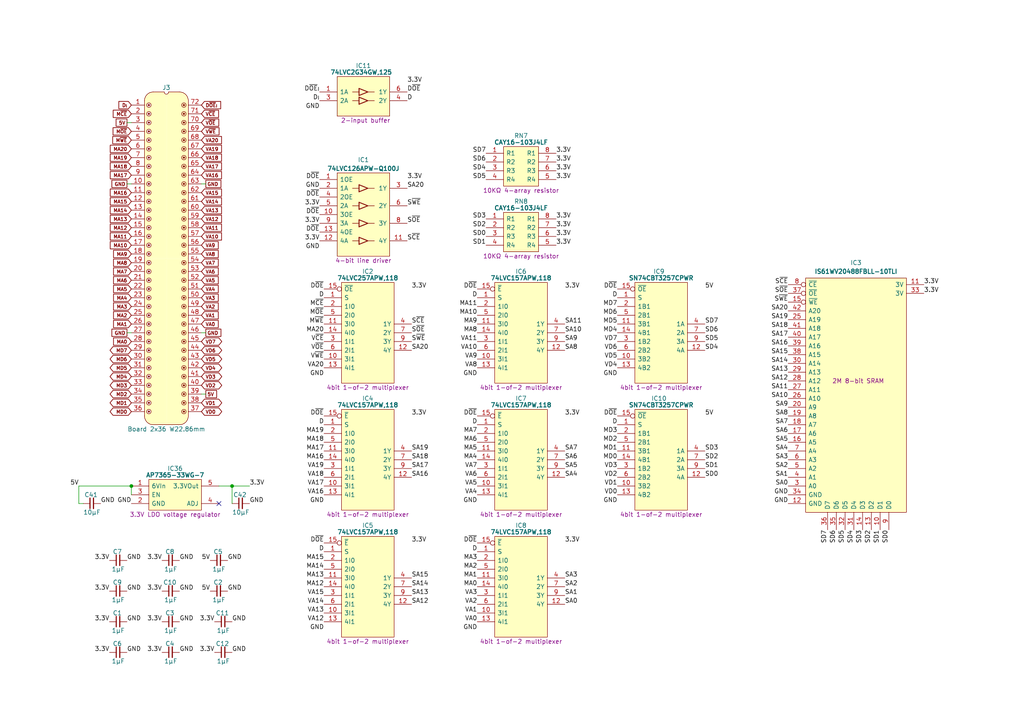
<source format=kicad_sch>
(kicad_sch (version 20250114) (generator "eeschema") (generator_version "9.0")
  (paper "A4")
  (title_block (title "Video Memory 2MB") (date "2024-02-16") (rev "V0"))
  (lib_symbols
    (symbol "Bourns:CAY16-103J4LF" (pin_names (offset 0.762))
      (property "Reference" "RN" (at 10.16 5.08 0))
      (property "Value" "CAY16-103J4LF" (at 10.16 3.175 0))
      (property "Description" "10KΩ 4-array resistor" (at 10.16 -10.795 0))
      (symbol "CAY16-103J4LF_0_0"
        (pin passive line (at 0 0 0) (length 5.08) (name "R1") (number "1"))
        (pin passive line (at 0 -2.54 0) (length 5.08) (name "R2") (number "2"))
        (pin passive line (at 0 -5.08 0) (length 5.08) (name "R3") (number "3"))
        (pin passive line (at 0 -7.62 0) (length 5.08) (name "R4") (number "4"))
        (pin passive line (at 20.32 0 180) (length 5.08) (name "R1") (number "8"))
        (pin passive line (at 20.32 -2.54 180) (length 5.08) (name "R2") (number "7"))
        (pin passive line (at 20.32 -5.08 180) (length 5.08) (name "R3") (number "6"))
        (pin passive line (at 20.32 -7.62 180) (length 5.08) (name "R4") (number "5"))
      )
    )
    (symbol "Diodes_Inc:AP7365-33WG-7" (pin_names (offset 0.762))
      (property "Reference" "IC" (at 12.7 5.08 0))
      (property "Value" "AP7365-33WG-7" (at 12.7 3.175 0))
      (property "Description" "3.3V LDO voltage regulator" (at 12.7 -8.255 0))
      (symbol "AP7365-33WG-7_0_0"
        (pin input line (at 0 -2.54 0) (length 5.08) (name "EN") (number "3"))
        (pin passive line (at 0 -5.08 0) (length 5.08) (name "GND") (number "2"))
        (pin passive line (at 25.4 -5.08 180) (length 5.08) (name "ADJ") (number "4"))
      )
      (symbol "AP7365-33WG-7_1_0"
        (pin passive line (at 0 0 0) (length 5.08) (name "6VIn") (number "1"))
        (pin passive line (at 25.4 0 180) (length 5.08) (name "3.3VOut") (number "5"))
      )
    )
    (symbol "HCP65:Board_02x36_W22.86mm" (pin_names (offset 1.016) (hide yes))
      (property "Reference" "J" (at 0 5.08 0))
      (property "Value" "Board 2x36 W22.86mm" (at 0 -93.98 0))
      (symbol "Board_02x36_W22.86mm_1_1"
        (pin passive line (at -10.16 0 0) (length 3.81) (name "") (number "1"))
        (pin passive line (at -10.16 -2.54 0) (length 3.81) (name "") (number "2"))
        (pin passive line (at -10.16 -5.08 0) (length 3.81) (name "") (number "3"))
        (pin passive line (at -10.16 -7.62 0) (length 3.81) (name "") (number "4"))
        (pin passive line (at -10.16 -10.16 0) (length 3.81) (name "") (number "5"))
        (pin passive line (at -10.16 -12.7 0) (length 3.81) (name "") (number "6"))
        (pin passive line (at -10.16 -15.24 0) (length 3.81) (name "") (number "7"))
        (pin passive line (at -10.16 -17.78 0) (length 3.81) (name "") (number "8"))
        (pin passive line (at -10.16 -20.32 0) (length 3.81) (name "") (number "9"))
        (pin passive line (at -10.16 -22.86 0) (length 3.81) (name "") (number "10"))
        (pin passive line (at -10.16 -25.4 0) (length 3.81) (name "") (number "11"))
        (pin passive line (at -10.16 -27.94 0) (length 3.81) (name "") (number "12"))
        (pin passive line (at -10.16 -30.48 0) (length 3.81) (name "") (number "13"))
        (pin passive line (at -10.16 -33.02 0) (length 3.81) (name "") (number "14"))
        (pin passive line (at -10.16 -35.56 0) (length 3.81) (name "") (number "15"))
        (pin passive line (at -10.16 -38.1 0) (length 3.81) (name "") (number "16"))
        (pin passive line (at -10.16 -40.64 0) (length 3.81) (name "") (number "17"))
        (pin passive line (at -10.16 -43.18 0) (length 3.81) (name "") (number "18"))
        (pin passive line (at -10.16 -45.72 0) (length 3.81) (name "") (number "19"))
        (pin passive line (at -10.16 -48.26 0) (length 3.81) (name "") (number "20"))
        (pin passive line (at -10.16 -50.8 0) (length 3.81) (name "") (number "21"))
        (pin passive line (at -10.16 -53.34 0) (length 3.81) (name "") (number "22"))
        (pin passive line (at -10.16 -55.88 0) (length 3.81) (name "") (number "23"))
        (pin passive line (at -10.16 -58.42 0) (length 3.81) (name "") (number "24"))
        (pin passive line (at -10.16 -60.96 0) (length 3.81) (name "") (number "25"))
        (pin passive line (at -10.16 -63.5 0) (length 3.81) (name "") (number "26"))
        (pin passive line (at -10.16 -66.04 0) (length 3.81) (name "") (number "27"))
        (pin passive line (at -10.16 -68.58 0) (length 3.81) (name "") (number "28"))
        (pin passive line (at -10.16 -71.12 0) (length 3.81) (name "") (number "29"))
        (pin passive line (at -10.16 -73.66 0) (length 3.81) (name "") (number "30"))
        (pin passive line (at -10.16 -76.2 0) (length 3.81) (name "") (number "31"))
        (pin passive line (at -10.16 -78.74 0) (length 3.81) (name "") (number "32"))
        (pin passive line (at -10.16 -81.28 0) (length 3.81) (name "") (number "33"))
        (pin passive line (at -10.16 -83.82 0) (length 3.81) (name "") (number "34"))
        (pin passive line (at -10.16 -86.36 0) (length 3.81) (name "") (number "35"))
        (pin passive line (at -10.16 -88.9 0) (length 3.81) (name "") (number "36"))
        (pin passive line (at 10.16 0 180) (length 3.81) (name "") (number "72"))
        (pin passive line (at 10.16 -2.54 180) (length 3.81) (name "") (number "71"))
        (pin passive line (at 10.16 -5.08 180) (length 3.81) (name "") (number "70"))
        (pin passive line (at 10.16 -7.62 180) (length 3.81) (name "") (number "69"))
        (pin passive line (at 10.16 -10.16 180) (length 3.81) (name "") (number "68"))
        (pin passive line (at 10.16 -12.7 180) (length 3.81) (name "") (number "67"))
        (pin passive line (at 10.16 -15.24 180) (length 3.81) (name "") (number "66"))
        (pin passive line (at 10.16 -17.78 180) (length 3.81) (name "") (number "65"))
        (pin passive line (at 10.16 -20.32 180) (length 3.81) (name "") (number "64"))
        (pin passive line (at 10.16 -22.86 180) (length 3.81) (name "") (number "63"))
        (pin passive line (at 10.16 -25.4 180) (length 3.81) (name "") (number "62"))
        (pin passive line (at 10.16 -27.94 180) (length 3.81) (name "") (number "61"))
        (pin passive line (at 10.16 -30.48 180) (length 3.81) (name "") (number "60"))
        (pin passive line (at 10.16 -33.02 180) (length 3.81) (name "") (number "59"))
        (pin passive line (at 10.16 -35.56 180) (length 3.81) (name "") (number "58"))
        (pin passive line (at 10.16 -38.1 180) (length 3.81) (name "") (number "57"))
        (pin passive line (at 10.16 -40.64 180) (length 3.81) (name "") (number "56"))
        (pin passive line (at 10.16 -43.18 180) (length 3.81) (name "") (number "55"))
        (pin passive line (at 10.16 -45.72 180) (length 3.81) (name "") (number "54"))
        (pin passive line (at 10.16 -48.26 180) (length 3.81) (name "") (number "53"))
        (pin passive line (at 10.16 -50.8 180) (length 3.81) (name "") (number "52"))
        (pin passive line (at 10.16 -53.34 180) (length 3.81) (name "") (number "51"))
        (pin passive line (at 10.16 -55.88 180) (length 3.81) (name "") (number "50"))
        (pin passive line (at 10.16 -58.42 180) (length 3.81) (name "") (number "49"))
        (pin passive line (at 10.16 -60.96 180) (length 3.81) (name "") (number "48"))
        (pin passive line (at 10.16 -63.5 180) (length 3.81) (name "") (number "47"))
        (pin passive line (at 10.16 -66.04 180) (length 3.81) (name "") (number "46"))
        (pin passive line (at 10.16 -68.58 180) (length 3.81) (name "") (number "45"))
        (pin passive line (at 10.16 -71.12 180) (length 3.81) (name "") (number "44"))
        (pin passive line (at 10.16 -73.66 180) (length 3.81) (name "") (number "43"))
        (pin passive line (at 10.16 -76.2 180) (length 3.81) (name "") (number "42"))
        (pin passive line (at 10.16 -78.74 180) (length 3.81) (name "") (number "41"))
        (pin passive line (at 10.16 -81.28 180) (length 3.81) (name "") (number "40"))
        (pin passive line (at 10.16 -83.82 180) (length 3.81) (name "") (number "39"))
        (pin passive line (at 10.16 -86.36 180) (length 3.81) (name "") (number "38"))
        (pin passive line (at 10.16 -88.9 180) (length 3.81) (name "") (number "37"))
      )
    )
    (symbol "HCP65:C_0805" (pin_numbers (hide yes)) (pin_names (offset 0.254) (hide yes))
      (property "Reference" "C" (at 2.286 2.54 0))
      (property "Value" "?μF" (at 2.54 -2.54 0))
      (symbol "C_0805_1_1"
        (pin passive line (at 0 0 0) (length 2.032) (name "~") (number "1"))
        (pin passive line (at 5.08 0 180) (length 2.032) (name "~") (number "2"))
      )
    )
    (symbol "ISSI:IS61WV20488FBLL-10TLI" (pin_names (offset 0.762))
      (property "Reference" "IC" (at 19.685 6.35 0))
      (property "Value" "IS61WV20488FBLL-10TLI" (at 19.685 3.81 0))
      (property "Description" "2M 8-bit SRAM" (at 20.32 -27.94 0))
      (symbol "IS61WV20488FBLL-10TLI_0_0"
        (pin input inverted (at 0 0 0) (length 5.08) (name "~{CE}") (number "8"))
        (pin input inverted (at 0 -2.54 0) (length 5.08) (name "~{OE}") (number "37"))
        (pin input inverted (at 0 -5.08 0) (length 5.08) (name "~{WE}") (number "15"))
        (pin input line (at 0 -7.62 0) (length 5.08) (name "A20") (number "42"))
        (pin input line (at 0 -10.16 0) (length 5.08) (name "A19") (number "25"))
        (pin input line (at 0 -12.7 0) (length 5.08) (name "A18") (number "41"))
        (pin input line (at 0 -15.24 0) (length 5.08) (name "A17") (number "40"))
        (pin input line (at 0 -17.78 0) (length 5.08) (name "A16") (number "39"))
        (pin input line (at 0 -20.32 0) (length 5.08) (name "A15") (number "38"))
        (pin input line (at 0 -22.86 0) (length 5.08) (name "A14") (number "30"))
        (pin input line (at 0 -25.4 0) (length 5.08) (name "A13") (number "29"))
        (pin input line (at 0 -27.94 0) (length 5.08) (name "A12") (number "28"))
        (pin input line (at 0 -30.48 0) (length 5.08) (name "A11") (number "27"))
        (pin input line (at 0 -33.02 0) (length 5.08) (name "A10") (number "26"))
        (pin input line (at 0 -35.56 0) (length 5.08) (name "A9") (number "20"))
        (pin input line (at 0 -38.1 0) (length 5.08) (name "A8") (number "19"))
        (pin input line (at 0 -40.64 0) (length 5.08) (name "A7") (number "18"))
        (pin input line (at 0 -43.18 0) (length 5.08) (name "A6") (number "17"))
        (pin input line (at 0 -45.72 0) (length 5.08) (name "A5") (number "16"))
        (pin input line (at 0 -48.26 0) (length 5.08) (name "A4") (number "7"))
        (pin input line (at 0 -50.8 0) (length 5.08) (name "A3") (number "6"))
        (pin input line (at 0 -53.34 0) (length 5.08) (name "A2") (number "5"))
        (pin input line (at 0 -55.88 0) (length 5.08) (name "A1") (number "4"))
        (pin input line (at 0 -58.42 0) (length 5.08) (name "A0") (number "3"))
      )
      (symbol "IS61WV20488FBLL-10TLI_1_0"
        (pin passive line (at 0 -60.96 0) (length 5.08) (name "GND") (number "34"))
        (pin passive line (at 0 -63.5 0) (length 5.08) (name "GND") (number "12"))
        (pin tri_state line (at 11.43 -71.12 90) (length 5.08) (name "D7") (number "36"))
        (pin tri_state line (at 13.97 -71.12 90) (length 5.08) (name "D6") (number "35"))
        (pin tri_state line (at 16.51 -71.12 90) (length 5.08) (name "D5") (number "32"))
        (pin tri_state line (at 19.05 -71.12 90) (length 5.08) (name "D4") (number "31"))
        (pin tri_state line (at 21.59 -71.12 90) (length 5.08) (name "D3") (number "14"))
        (pin tri_state line (at 24.13 -71.12 90) (length 5.08) (name "D2") (number "13"))
        (pin tri_state line (at 26.67 -71.12 90) (length 5.08) (name "D1") (number "10"))
        (pin tri_state line (at 29.21 -71.12 90) (length 5.08) (name "D0") (number "9"))
        (pin passive line (at 39.37 0 180) (length 5.08) (name "3V") (number "11"))
        (pin passive line (at 39.37 -2.54 180) (length 5.08) (name "3V") (number "33"))
        (pin no_connect line (at 39.37 -40.64 180) (length 5.08) (hide yes) (name "N.C.") (number "1"))
        (pin no_connect line (at 39.37 -43.18 180) (length 5.08) (hide yes) (name "N.C.") (number "2"))
        (pin no_connect line (at 39.37 -45.72 180) (length 5.08) (hide yes) (name "N.C.") (number "21"))
        (pin no_connect line (at 39.37 -48.26 180) (length 5.08) (hide yes) (name "N.C.") (number "22"))
        (pin no_connect line (at 39.37 -50.8 180) (length 5.08) (hide yes) (name "N.C.") (number "44"))
        (pin no_connect line (at 39.37 -53.34 180) (length 5.08) (hide yes) (name "N.C.") (number "43"))
        (pin no_connect line (at 39.37 -55.88 180) (length 5.08) (hide yes) (name "N.C.") (number "24"))
        (pin no_connect line (at 39.37 -58.42 180) (length 5.08) (hide yes) (name "N.C.") (number "23"))
      )
    )
    (symbol "Nexperia:74LVC126APW-Q100J " (pin_names (offset 0.762))
      (property "Reference" "IC" (at 12.7 5.715 0))
      (property "Value" "74LVC126APW-Q100J" (at 12.7 3.175 0))
      (property "Description" "4-bit line driver" (at 12.7 -23.495 0))
      (symbol "74LVC126APW-Q100J _0_0"
        (pin input line (at 0 -2.54 0) (length 5.08) (name "1A") (number "2"))
        (pin input line (at 0 -7.62 0) (length 5.08) (name "2A") (number "5"))
        (pin input line (at 0 -12.7 0) (length 5.08) (name "3A") (number "9"))
        (pin input line (at 0 -17.78 0) (length 5.08) (name "4A") (number "12"))
        (pin tri_state line (at 25.4 -2.54 180) (length 5.08) (name "1Y") (number "3"))
        (pin tri_state line (at 25.4 -7.62 180) (length 5.08) (name "2Y") (number "6"))
        (pin tri_state line (at 25.4 -12.7 180) (length 5.08) (name "3Y") (number "8"))
        (pin tri_state line (at 25.4 -17.78 180) (length 5.08) (name "4Y") (number "11"))
      )
      (symbol "74LVC126APW-Q100J _1_0"
        (pin input line (at 0 0 0) (length 5.08) (name "1OE") (number "1"))
        (pin input line (at 0 -5.08 0) (length 5.08) (name "2OE") (number "4"))
        (pin input line (at 0 -10.16 0) (length 5.08) (name "3OE") (number "10"))
        (pin input line (at 0 -15.24 0) (length 5.08) (name "4OE") (number "13"))
        (pin passive line (at 0 -20.32 0) (length 5.08) (hide yes) (name "GND") (number "7"))
        (pin passive line (at 25.4 0 180) (length 5.08) (hide yes) (name "3V") (number "14"))
      )
    )
    (symbol "Nexperia:74LVC157APW,118" (pin_names (offset 0.762))
      (property "Reference" "IC" (at 12.7 5.08 0))
      (property "Value" "74LVC157APW,118" (at 12.7 3.175 0))
      (property "Description" "4bit 1-of-2 multiplexer" (at 12.7 -28.575 0))
      (symbol "74LVC157APW,118_0_0"
        (pin input line (at 0 -2.54 0) (length 5.08) (name "S") (number "1"))
        (pin input line (at 0 -5.08 0) (length 5.08) (name "1I0") (number "2"))
        (pin input line (at 0 -7.62 0) (length 5.08) (name "2I0") (number "5"))
        (pin input line (at 0 -10.16 0) (length 5.08) (name "3I0") (number "11"))
        (pin input line (at 0 -12.7 0) (length 5.08) (name "4I0") (number "14"))
        (pin input line (at 0 -15.24 0) (length 5.08) (name "1I1") (number "3"))
        (pin input line (at 0 -17.78 0) (length 5.08) (name "2I1") (number "6"))
        (pin input line (at 0 -20.32 0) (length 5.08) (name "3I1") (number "10"))
        (pin input line (at 0 -22.86 0) (length 5.08) (name "4I1") (number "13"))
        (pin passive line (at 0 -25.4 0) (length 5.08) (hide yes) (name "GND") (number "8"))
        (pin passive line (at 25.4 0 180) (length 5.08) (hide yes) (name "3V") (number "16"))
        (pin output line (at 25.4 -10.16 180) (length 5.08) (name "1Y") (number "4"))
        (pin output line (at 25.4 -12.7 180) (length 5.08) (name "2Y") (number "7"))
        (pin output line (at 25.4 -15.24 180) (length 5.08) (name "3Y") (number "9"))
        (pin output line (at 25.4 -17.78 180) (length 5.08) (name "4Y") (number "12"))
      )
      (symbol "74LVC157APW,118_1_0"
        (pin input inverted (at 0 0 0) (length 5.08) (name "~{E}") (number "15"))
      )
    )
    (symbol "Nexperia:74LVC257APW,118" (pin_names (offset 0.762))
      (property "Reference" "IC" (at 12.7 5.08 0))
      (property "Value" "74LVC257APW,118" (at 12.7 3.175 0))
      (property "Description" "4bit 1-of-2 multiplexer" (at 12.7 -28.575 0))
      (symbol "74LVC257APW,118_0_0"
        (pin input line (at 0 -2.54 0) (length 5.08) (name "S") (number "1"))
        (pin input line (at 0 -5.08 0) (length 5.08) (name "1I0") (number "2"))
        (pin input line (at 0 -7.62 0) (length 5.08) (name "2I0") (number "5"))
        (pin input line (at 0 -10.16 0) (length 5.08) (name "3I0") (number "11"))
        (pin input line (at 0 -12.7 0) (length 5.08) (name "4I0") (number "14"))
        (pin input line (at 0 -15.24 0) (length 5.08) (name "1I1") (number "3"))
        (pin input line (at 0 -17.78 0) (length 5.08) (name "2I1") (number "6"))
        (pin input line (at 0 -20.32 0) (length 5.08) (name "3I1") (number "10"))
        (pin input line (at 0 -22.86 0) (length 5.08) (name "4I1") (number "13"))
        (pin passive line (at 0 -25.4 0) (length 5.08) (hide yes) (name "GND") (number "8"))
        (pin passive line (at 25.4 0 180) (length 5.08) (hide yes) (name "3V") (number "16"))
      )
      (symbol "74LVC257APW,118_1_0"
        (pin input inverted (at 0 0 0) (length 5.08) (name "~{OE}") (number "15"))
        (pin tri_state line (at 25.4 -10.16 180) (length 5.08) (name "1Y") (number "4"))
        (pin tri_state line (at 25.4 -12.7 180) (length 5.08) (name "2Y") (number "7"))
        (pin tri_state line (at 25.4 -15.24 180) (length 5.08) (name "3Y") (number "9"))
        (pin tri_state line (at 25.4 -17.78 180) (length 5.08) (name "4Y") (number "12"))
      )
    )
    (symbol "Nexperia:74LVC2G34GW,125" (pin_names (offset 0.762))
      (property "Reference" "IC" (at 12.7 5.08 0))
      (property "Value" "74LVC2G34GW,125" (at 12.065 3.175 0))
      (property "Description" "2-input buffer" (at 13.335 -10.795 0))
      (symbol "74LVC2G34GW,125_0_0"
        (pin input line (at 0 -2.54 0) (length 5.08) (name "1A") (number "1"))
        (pin input line (at 0 -5.08 0) (length 5.08) (name "2A") (number "3"))
        (pin output line (at 25.4 -2.54 180) (length 5.08) (name "1Y") (number "6"))
        (pin output line (at 25.4 -5.08 180) (length 5.08) (name "2Y") (number "4"))
      )
      (symbol "74LVC2G34GW,125_1_0"
        (pin passive line (at 0 -7.62 0) (length 5.08) (hide yes) (name "GND") (number "2"))
        (pin passive line (at 25.4 0 180) (length 5.08) (hide yes) (name "3V") (number "5"))
      )
    )
    (symbol "Texas_Instruments:SN74CBT3257CPWR" (pin_names (offset 0.762))
      (property "Reference" "IC" (at 12.065 5.08 0))
      (property "Value" "SN74CBT3257CPWR" (at 12.7 3.175 0))
      (property "Description" "4bit 1-of-2 multiplexer" (at 12.7 -28.575 0))
      (symbol "SN74CBT3257CPWR_0_0"
        (pin input line (at 0 -2.54 0) (length 5.08) (name "S") (number "1"))
        (pin passive line (at 0 -25.4 0) (length 5.08) (hide yes) (name "GND") (number "8"))
      )
      (symbol "SN74CBT3257CPWR_1_0"
        (pin input inverted (at 0 0 0) (length 5.08) (name "~{OE}") (number "15"))
        (pin tri_state line (at 0 -5.08 0) (length 5.08) (name "1B1") (number "2"))
        (pin tri_state line (at 0 -7.62 0) (length 5.08) (name "2B1") (number "5"))
        (pin tri_state line (at 0 -10.16 0) (length 5.08) (name "3B1") (number "11"))
        (pin tri_state line (at 0 -12.7 0) (length 5.08) (name "4B1") (number "14"))
        (pin tri_state line (at 0 -15.24 0) (length 5.08) (name "1B2") (number "3"))
        (pin tri_state line (at 0 -17.78 0) (length 5.08) (name "2B2") (number "6"))
        (pin tri_state line (at 0 -20.32 0) (length 5.08) (name "3B2") (number "10"))
        (pin tri_state line (at 0 -22.86 0) (length 5.08) (name "4B2") (number "13"))
        (pin passive line (at 25.4 0 180) (length 5.08) (hide yes) (name "5V") (number "16"))
        (pin tri_state line (at 25.4 -10.16 180) (length 5.08) (name "1A") (number "4"))
        (pin tri_state line (at 25.4 -12.7 180) (length 5.08) (name "2A") (number "7"))
        (pin tri_state line (at 25.4 -15.24 180) (length 5.08) (name "3A") (number "9"))
        (pin tri_state line (at 25.4 -17.78 180) (length 5.08) (name "4A") (number "12"))
      )
    )
  )
  (junction (at 38.1 140.97))
  (junction (at 67.31 140.97))
  (no_connect (at 63.5 146.05))
  (wire (pts (xy 63.5 140.97) (xy 67.31 140.97)))
  (wire (pts (xy 36.83 96.52) (xy 38.1 96.52)))
  (wire (pts (xy 36.83 35.56) (xy 38.1 35.56)))
  (wire (pts (xy 67.31 146.05) (xy 67.31 140.97)))
  (wire (pts (xy 59.69 53.34) (xy 58.42 53.34)))
  (wire (pts (xy 22.86 140.97) (xy 22.86 146.05)))
  (wire (pts (xy 22.86 146.05) (xy 24.13 146.05)))
  (wire (pts (xy 36.83 53.34) (xy 38.1 53.34)))
  (wire (pts (xy 38.1 140.97) (xy 38.1 143.51)))
  (wire (pts (xy 59.69 96.52) (xy 58.42 96.52)))
  (wire (pts (xy 22.86 140.97) (xy 38.1 140.97)))
  (wire (pts (xy 59.69 114.3) (xy 58.42 114.3)))
  (wire (pts (xy 67.31 140.97) (xy 72.39 140.97)))
  (label "MA19" (at 93.98 125.73 180))
  (label "VA18" (at 93.98 138.43 180))
  (label "MA2" (at 138.43 165.1 180))
  (label "VA4" (at 138.43 143.51 180))
  (label "V~{WE}" (at 93.98 104.14 180))
  (label "3.3V" (at 31.75 171.45 180))
  (label "3.3V" (at 161.29 44.45 0))
  (label "VA8" (at 138.43 106.68 180))
  (label "SA9" (at 228.6 118.11 180))
  (label "S~{CE}" (at 228.6 82.55 180))
  (label "SD5" (at 140.97 52.07 180))
  (label "3.3V" (at 31.75 189.23 180))
  (label "SD4" (at 247.65 153.67 270))
  (label "D" (at 118.11 29.21 0))
  (label "MA3" (at 138.43 162.56 180))
  (label "D~{OE}" (at 138.43 120.65 180))
  (label "SD2" (at 140.97 66.04 180))
  (label "3.3V" (at 267.97 85.09 0))
  (label "SD7" (at 240.03 153.67 270))
  (label "3.3V" (at 267.97 82.55 0))
  (label "M~{WE}" (at 93.98 93.98 180))
  (label "GND" (at 138.43 109.22 180))
  (label "SA0" (at 228.6 140.97 180))
  (label "SA12" (at 228.6 110.49 180))
  (label "VA1" (at 138.43 177.8 180))
  (label "SD6" (at 140.97 46.99 180))
  (label "3.3V" (at 163.83 120.65 0))
  (label "SA11" (at 228.6 113.03 180))
  (label "MA15" (at 93.98 162.56 180))
  (label "S~{WE}" (at 228.6 87.63 180))
  (label "MA20" (at 93.98 96.52 180))
  (label "S~{OE}" (at 118.11 64.77 0))
  (label "S~{CE}" (at 118.11 69.85 0))
  (label "GND" (at 138.43 182.88 180))
  (label "MA9" (at 138.43 93.98 180))
  (label "D" (at 138.43 86.36 180))
  (label "GND" (at 72.39 146.05 0))
  (label "GND" (at 36.83 171.45 0))
  (label "3.3V" (at 92.71 59.69 180))
  (label "GND" (at 228.6 143.51 180))
  (label "GND" (at 38.1 146.05 180))
  (label "MA4" (at 138.43 133.35 180))
  (label "SA17" (at 119.38 135.89 0))
  (label "SD3" (at 140.97 63.5 180))
  (label "VA0" (at 138.43 180.34 180))
  (label "GND" (at 36.83 189.23 0))
  (label "SA2" (at 163.83 170.18 0))
  (label "VA15" (at 93.98 172.72 180))
  (label "SA7" (at 228.6 123.19 180))
  (label "SA16" (at 119.38 138.43 0))
  (label "SD1" (at 140.97 71.12 180))
  (label "MD4" (at 179.07 96.52 180))
  (label "VA10" (at 138.43 101.6 180))
  (label "SD5" (at 204.47 99.06 0))
  (label "3.3V" (at 163.83 83.82 0))
  (label "M~{CE}" (at 93.98 88.9 180))
  (label "VA14" (at 93.98 175.26 180))
  (label "V~{OE}" (at 93.98 101.6 180))
  (label "GND" (at 52.07 180.34 0))
  (label "MA12" (at 93.98 170.18 180))
  (label "GND" (at 52.07 171.45 0))
  (label "SA7" (at 163.83 130.81 0))
  (label "SA19" (at 119.38 130.81 0))
  (label "D~{OE}" (at 92.71 67.31 180))
  (label "GND" (at 67.31 180.34 0))
  (label "V~{CE}" (at 93.98 99.06 180))
  (label "SA20" (at 119.38 101.6 0))
  (label "3.3V" (at 46.99 180.34 180))
  (label "VA16" (at 93.98 143.51 180))
  (label "MA13" (at 93.98 167.64 180))
  (label "VA17" (at 93.98 140.97 180))
  (label "SA15" (at 228.6 102.87 180))
  (label "MA5" (at 138.43 130.81 180))
  (label "D" (at 179.07 86.36 180))
  (label "SD4" (at 140.97 49.53 180))
  (label "SA11" (at 163.83 93.98 0))
  (label "5V" (at 60.96 171.45 180))
  (label "D" (at 93.98 86.36 180))
  (label "GND" (at 36.83 162.56 0))
  (label "VD3" (at 179.07 135.89 180))
  (label "5V" (at 60.96 162.56 180))
  (label "MD1" (at 179.07 130.81 180))
  (label "D~{OE}" (at 92.71 57.15 180))
  (label "VD7" (at 179.07 99.06 180))
  (label "D" (at 179.07 123.19 180))
  (label "VD2" (at 179.07 138.43 180))
  (label "SA3" (at 228.6 133.35 180))
  (label "SA10" (at 228.6 115.57 180))
  (label "SD1" (at 204.47 135.89 0))
  (label "D~{OE}" (at 93.98 157.48 180))
  (label "5V" (at 22.86 140.97 180))
  (label "GND" (at 179.07 146.05 180))
  (label "GND" (at 138.43 146.05 180))
  (label "GND" (at 52.07 162.56 0))
  (label "VD6" (at 179.07 101.6 180))
  (label "3.3V" (at 163.83 157.48 0))
  (label "MA6" (at 138.43 128.27 180))
  (label "3.3V" (at 46.99 189.23 180))
  (label "SA6" (at 228.6 125.73 180))
  (label "D~{OE}" (at 118.11 26.67 0))
  (label "GND" (at 93.98 182.88 180))
  (label "SA5" (at 163.83 135.89 0))
  (label "SD0" (at 140.97 68.58 180))
  (label "GND" (at 93.98 109.22 180))
  (label "SD0" (at 204.47 138.43 0))
  (label "D~{OE}" (at 92.71 52.07 180))
  (label "3.3V" (at 31.75 162.56 180))
  (label "GND" (at 66.04 171.45 0))
  (label "3.3V" (at 161.29 52.07 0))
  (label "SA5" (at 228.6 128.27 180))
  (label "3.3V" (at 118.11 24.13 0))
  (label "VA2" (at 138.43 175.26 180))
  (label "GND" (at 52.07 189.23 0))
  (label "SD4" (at 204.47 101.6 0))
  (label "S~{OE}" (at 228.6 85.09 180))
  (label "MA11" (at 138.43 88.9 180))
  (label "GND" (at 92.71 31.75 180))
  (label "3.3V" (at 72.39 140.97 0))
  (label "GND" (at 92.71 54.61 180))
  (label "VD5" (at 179.07 104.14 180))
  (label "GND" (at 93.98 146.05 180))
  (label "MA17" (at 93.98 130.81 180))
  (label "MD0" (at 179.07 133.35 180))
  (label "D~{OE}" (at 179.07 83.82 180))
  (label "MA8" (at 138.43 96.52 180))
  (label "SA1" (at 163.83 172.72 0))
  (label "S~{CE}" (at 119.38 93.98 0))
  (label "VA11" (at 138.43 99.06 180))
  (label "D" (at 138.43 160.02 180))
  (label "GND" (at 67.31 189.23 0))
  (label "SA13" (at 119.38 172.72 0))
  (label "SD3" (at 204.47 130.81 0))
  (label "3.3V" (at 119.38 120.65 0))
  (label "MA7" (at 138.43 125.73 180))
  (label "3.3V" (at 119.38 157.48 0))
  (label "MA18" (at 93.98 128.27 180))
  (label "SA17" (at 228.6 97.79 180))
  (label "MA10" (at 138.43 91.44 180))
  (label "MD2" (at 179.07 128.27 180))
  (label "SA3" (at 163.83 167.64 0))
  (label "MA14" (at 93.98 165.1 180))
  (label "D~{OE}" (at 93.98 83.82 180))
  (label "GND" (at 92.71 72.39 180))
  (label "GND" (at 66.04 162.56 0))
  (label "SA6" (at 163.83 133.35 0))
  (label "SA15" (at 119.38 167.64 0))
  (label "SD2" (at 252.73 153.67 270))
  (label "GND" (at 36.83 180.34 0))
  (label "SD2" (at 204.47 133.35 0))
  (label "3.3V" (at 161.29 66.04 0))
  (label "SD3" (at 250.19 153.67 270))
  (label "SA14" (at 228.6 105.41 180))
  (label "SA18" (at 119.38 133.35 0))
  (label "SD7" (at 140.97 44.45 180))
  (label "SA9" (at 163.83 99.06 0))
  (label "VA19" (at 93.98 135.89 180))
  (label "MD7" (at 179.07 88.9 180))
  (label "SA8" (at 163.83 101.6 0))
  (label "SA0" (at 163.83 175.26 0))
  (label "3.3V" (at 161.29 46.99 0))
  (label "3.3V" (at 161.29 71.12 0))
  (label "MA0" (at 138.43 170.18 180))
  (label "5V" (at 204.47 120.65 0))
  (label "D~{OE}" (at 138.43 83.82 180))
  (label "GND" (at 179.07 109.22 180))
  (label "SA16" (at 228.6 100.33 180))
  (label "GND" (at 228.6 146.05 180))
  (label "S~{WE}" (at 119.38 99.06 0))
  (label "SD1" (at 255.27 153.67 270))
  (label "3.3V" (at 161.29 68.58 0))
  (label "3.3V" (at 46.99 171.45 180))
  (label "D~{OE}" (at 93.98 120.65 180))
  (label "D" (at 93.98 123.19 180))
  (label "VA6" (at 138.43 138.43 180))
  (label "MD5" (at 179.07 93.98 180))
  (label "SA2" (at 228.6 135.89 180))
  (label "SA13" (at 228.6 107.95 180))
  (label "VD0" (at 179.07 143.51 180))
  (label "S~{WE}" (at 118.11 59.69 0))
  (label "SD6" (at 242.57 153.67 270))
  (label "SA8" (at 228.6 120.65 180))
  (label "VA9" (at 138.43 104.14 180))
  (label "SA18" (at 228.6 95.25 180))
  (label "SA1" (at 228.6 138.43 180))
  (label "MA1" (at 138.43 167.64 180))
  (label "D~{OE}_{I}" (at 92.71 26.67 180))
  (label "VA13" (at 93.98 177.8 180))
  (label "SA20" (at 228.6 90.17 180))
  (label "3.3V" (at 119.38 83.82 0))
  (label "SA12" (at 119.38 175.26 0))
  (label "3.3V" (at 62.23 189.23 180))
  (label "3.3V" (at 161.29 49.53 0))
  (label "SA19" (at 228.6 92.71 180))
  (label "D~{OE}" (at 138.43 157.48 180))
  (label "3.3V" (at 118.11 52.07 0))
  (label "VA7" (at 138.43 135.89 180))
  (label "SD5" (at 245.11 153.67 270))
  (label "SD0" (at 257.81 153.67 270))
  (label "3.3V" (at 31.75 180.34 180))
  (label "3.3V" (at 46.99 162.56 180))
  (label "VA5" (at 138.43 140.97 180))
  (label "VA12" (at 93.98 180.34 180))
  (label "M~{OE}" (at 93.98 91.44 180))
  (label "D~{OE}" (at 179.07 120.65 180))
  (label "SA10" (at 163.83 96.52 0))
  (label "VA20" (at 93.98 106.68 180))
  (label "MD6" (at 179.07 91.44 180))
  (label "VA3" (at 138.43 172.72 180))
  (label "5V" (at 204.47 83.82 0))
  (label "3.3V" (at 92.71 69.85 180))
  (label "MD3" (at 179.07 125.73 180))
  (label "SD6" (at 204.47 96.52 0))
  (label "VD4" (at 179.07 106.68 180))
  (label "S~{OE}" (at 119.38 96.52 0))
  (label "SA4" (at 163.83 138.43 0))
  (label "D" (at 138.43 123.19 180))
  (label "SD7" (at 204.47 93.98 0))
  (label "SA20" (at 118.11 54.61 0))
  (label "VD1" (at 179.07 140.97 180))
  (label "D_{I}" (at 92.71 29.21 180))
  (label "D" (at 93.98 160.02 180))
  (label "GND" (at 29.21 146.05 0))
  (label "SA4" (at 228.6 130.81 180))
  (label "3.3V" (at 161.29 63.5 0))
  (label "3.3V" (at 92.71 64.77 180))
  (label "D~{OE}" (at 92.71 62.23 180))
  (label "3.3V" (at 62.23 180.34 180))
  (label "MA16" (at 93.98 133.35 180))
  (label "SA14" (at 119.38 170.18 0))
  (global_label "MA2" (shape input) (at 38.1 91.44 180) (effects (font (size 1 1) (thickness 0.2) (bold yes))) (property "Intersheetrefs" "${INTERSHEET_REFS}" (effects (hide yes))))
  (global_label "VA8" (shape input) (at 58.42 73.66 0) (effects (font (size 1 1) (thickness 0.2) (bold yes))) (property "Intersheetrefs" "${INTERSHEET_REFS}" (effects (hide yes))))
  (global_label "MA0" (shape input) (at 38.1 99.06 180) (effects (font (size 1 1) (thickness 0.2) (bold yes))) (property "Intersheetrefs" "${INTERSHEET_REFS}" (effects (hide yes))))
  (global_label "MA1" (shape input) (at 38.1 93.98 180) (effects (font (size 1 1) (thickness 0.2) (bold yes))) (property "Intersheetrefs" "${INTERSHEET_REFS}" (effects (hide yes))))
  (global_label "VA1" (shape input) (at 58.42 91.44 0) (effects (font (size 1 1) (thickness 0.2) (bold yes))) (property "Intersheetrefs" "${INTERSHEET_REFS}" (effects (hide yes))))
  (global_label "MD3" (shape tri_state) (at 38.1 111.76 180) (effects (font (size 1 1) (thickness 0.2) (bold yes))) (property "Intersheetrefs" "${INTERSHEET_REFS}" (effects (hide yes))))
  (global_label "MD4" (shape tri_state) (at 38.1 109.22 180) (effects (font (size 1 1) (thickness 0.2) (bold yes))) (property "Intersheetrefs" "${INTERSHEET_REFS}" (effects (hide yes))))
  (global_label "M~{CE}" (shape input) (at 38.1 33.02 180) (effects (font (size 1 1) (thickness 0.2) (bold yes))) (property "Intersheetrefs" "${INTERSHEET_REFS}" (effects (hide yes))))
  (global_label "D~{OE}_{I}" (shape input) (at 58.42 30.48 0) (effects (font (size 1 1) (thickness 0.2) (bold yes))) (property "Intersheetrefs" "${INTERSHEET_REFS}" (effects (hide yes))))
  (global_label "GND" (shape passive) (at 59.69 96.52 0) (effects (font (size 1 1) (thickness 0.2) (bold yes))) (property "Intersheetrefs" "${INTERSHEET_REFS}" (effects (hide yes))))
  (global_label "VA3" (shape input) (at 58.42 86.36 0) (effects (font (size 1 1) (thickness 0.2) (bold yes))) (property "Intersheetrefs" "${INTERSHEET_REFS}" (effects (hide yes))))
  (global_label "MD2" (shape tri_state) (at 38.1 114.3 180) (effects (font (size 1 1) (thickness 0.2) (bold yes))) (property "Intersheetrefs" "${INTERSHEET_REFS}" (effects (hide yes))))
  (global_label "VA11" (shape input) (at 58.42 66.04 0) (effects (font (size 1 1) (thickness 0.2) (bold yes))) (property "Intersheetrefs" "${INTERSHEET_REFS}" (effects (hide yes))))
  (global_label "VA5" (shape input) (at 58.42 81.28 0) (effects (font (size 1 1) (thickness 0.2) (bold yes))) (property "Intersheetrefs" "${INTERSHEET_REFS}" (effects (hide yes))))
  (global_label "VA4" (shape input) (at 58.42 83.82 0) (effects (font (size 1 1) (thickness 0.2) (bold yes))) (property "Intersheetrefs" "${INTERSHEET_REFS}" (effects (hide yes))))
  (global_label "MA10" (shape input) (at 38.1 71.12 180) (effects (font (size 1 1) (thickness 0.2) (bold yes))) (property "Intersheetrefs" "${INTERSHEET_REFS}" (effects (hide yes))))
  (global_label "MA5" (shape input) (at 38.1 83.82 180) (effects (font (size 1 1) (thickness 0.2) (bold yes))) (property "Intersheetrefs" "${INTERSHEET_REFS}" (effects (hide yes))))
  (global_label "VD7" (shape tri_state) (at 58.42 99.06 0) (effects (font (size 1 1) (thickness 0.2) (bold yes))) (property "Intersheetrefs" "${INTERSHEET_REFS}" (effects (hide yes))))
  (global_label "MD1" (shape tri_state) (at 38.1 116.84 180) (effects (font (size 1 1) (thickness 0.2) (bold yes))) (property "Intersheetrefs" "${INTERSHEET_REFS}" (effects (hide yes))))
  (global_label "MA15" (shape input) (at 38.1 58.42 180) (effects (font (size 1 1) (thickness 0.2) (bold yes))) (property "Intersheetrefs" "${INTERSHEET_REFS}" (effects (hide yes))))
  (global_label "MA8" (shape input) (at 38.1 76.2 180) (effects (font (size 1 1) (thickness 0.2) (bold yes))) (property "Intersheetrefs" "${INTERSHEET_REFS}" (effects (hide yes))))
  (global_label "VA19" (shape input) (at 58.42 43.18 0) (effects (font (size 1 1) (thickness 0.2) (bold yes))) (property "Intersheetrefs" "${INTERSHEET_REFS}" (effects (hide yes))))
  (global_label "MA11" (shape input) (at 38.1 68.58 180) (effects (font (size 1 1) (thickness 0.2) (bold yes))) (property "Intersheetrefs" "${INTERSHEET_REFS}" (effects (hide yes))))
  (global_label "GND" (shape passive) (at 59.69 53.34 0) (effects (font (size 1 1) (thickness 0.2) (bold yes))) (property "Intersheetrefs" "${INTERSHEET_REFS}" (effects (hide yes))))
  (global_label "MA19" (shape input) (at 38.1 45.72 180) (effects (font (size 1 1) (thickness 0.2) (bold yes))) (property "Intersheetrefs" "${INTERSHEET_REFS}" (effects (hide yes))))
  (global_label "VD0" (shape tri_state) (at 58.42 119.38 0) (effects (font (size 1 1) (thickness 0.2) (bold yes))) (property "Intersheetrefs" "${INTERSHEET_REFS}" (effects (hide yes))))
  (global_label "MA14" (shape input) (at 38.1 60.96 180) (effects (font (size 1 1) (thickness 0.2) (bold yes))) (property "Intersheetrefs" "${INTERSHEET_REFS}" (effects (hide yes))))
  (global_label "5V" (shape passive) (at 36.83 35.56 180) (effects (font (size 1 1) (thickness 0.2) (bold yes))) (property "Intersheetrefs" "${INTERSHEET_REFS}" (effects (hide yes))))
  (global_label "MA6" (shape input) (at 38.1 81.28 180) (effects (font (size 1 1) (thickness 0.2) (bold yes))) (property "Intersheetrefs" "${INTERSHEET_REFS}" (effects (hide yes))))
  (global_label "GND" (shape passive) (at 36.83 96.52 180) (effects (font (size 1 1) (thickness 0.2) (bold yes))) (property "Intersheetrefs" "${INTERSHEET_REFS}" (effects (hide yes))))
  (global_label "VD5" (shape tri_state) (at 58.42 104.14 0) (effects (font (size 1 1) (thickness 0.2) (bold yes))) (property "Intersheetrefs" "${INTERSHEET_REFS}" (effects (hide yes))))
  (global_label "VA15" (shape input) (at 58.42 55.88 0) (effects (font (size 1 1) (thickness 0.2) (bold yes))) (property "Intersheetrefs" "${INTERSHEET_REFS}" (effects (hide yes))))
  (global_label "VA12" (shape input) (at 58.42 63.5 0) (effects (font (size 1 1) (thickness 0.2) (bold yes))) (property "Intersheetrefs" "${INTERSHEET_REFS}" (effects (hide yes))))
  (global_label "MA4" (shape input) (at 38.1 86.36 180) (effects (font (size 1 1) (thickness 0.2) (bold yes))) (property "Intersheetrefs" "${INTERSHEET_REFS}" (effects (hide yes))))
  (global_label "MA12" (shape input) (at 38.1 66.04 180) (effects (font (size 1 1) (thickness 0.2) (bold yes))) (property "Intersheetrefs" "${INTERSHEET_REFS}" (effects (hide yes))))
  (global_label "VD3" (shape tri_state) (at 58.42 109.22 0) (effects (font (size 1 1) (thickness 0.2) (bold yes))) (property "Intersheetrefs" "${INTERSHEET_REFS}" (effects (hide yes))))
  (global_label "MA9" (shape input) (at 38.1 73.66 180) (effects (font (size 1 1) (thickness 0.2) (bold yes))) (property "Intersheetrefs" "${INTERSHEET_REFS}" (effects (hide yes))))
  (global_label "VA0" (shape input) (at 58.42 93.98 0) (effects (font (size 1 1) (thickness 0.2) (bold yes))) (property "Intersheetrefs" "${INTERSHEET_REFS}" (effects (hide yes))))
  (global_label "VA9" (shape input) (at 58.42 71.12 0) (effects (font (size 1 1) (thickness 0.2) (bold yes))) (property "Intersheetrefs" "${INTERSHEET_REFS}" (effects (hide yes))))
  (global_label "V~{WE}" (shape input) (at 58.42 38.1 0) (effects (font (size 1 1) (thickness 0.2) (bold yes))) (property "Intersheetrefs" "${INTERSHEET_REFS}" (effects (hide yes))))
  (global_label "VA17" (shape input) (at 58.42 48.26 0) (effects (font (size 1 1) (thickness 0.2) (bold yes))) (property "Intersheetrefs" "${INTERSHEET_REFS}" (effects (hide yes))))
  (global_label "GND" (shape passive) (at 36.83 53.34 180) (effects (font (size 1 1) (thickness 0.2) (bold yes))) (property "Intersheetrefs" "${INTERSHEET_REFS}" (effects (hide yes))))
  (global_label "MD6" (shape tri_state) (at 38.1 104.14 180) (effects (font (size 1 1) (thickness 0.2) (bold yes))) (property "Intersheetrefs" "${INTERSHEET_REFS}" (effects (hide yes))))
  (global_label "VA18" (shape input) (at 58.42 45.72 0) (effects (font (size 1 1) (thickness 0.2) (bold yes))) (property "Intersheetrefs" "${INTERSHEET_REFS}" (effects (hide yes))))
  (global_label "VA20" (shape input) (at 58.42 40.64 0) (effects (font (size 1 1) (thickness 0.2) (bold yes))) (property "Intersheetrefs" "${INTERSHEET_REFS}" (effects (hide yes))))
  (global_label "MD5" (shape tri_state) (at 38.1 106.68 180) (effects (font (size 1 1) (thickness 0.2) (bold yes))) (property "Intersheetrefs" "${INTERSHEET_REFS}" (effects (hide yes))))
  (global_label "V~{CE}" (shape input) (at 58.42 33.02 0) (effects (font (size 1 1) (thickness 0.2) (bold yes))) (property "Intersheetrefs" "${INTERSHEET_REFS}" (effects (hide yes))))
  (global_label "MA13" (shape input) (at 38.1 63.5 180) (effects (font (size 1 1) (thickness 0.2) (bold yes))) (property "Intersheetrefs" "${INTERSHEET_REFS}" (effects (hide yes))))
  (global_label "VA16" (shape input) (at 58.42 50.8 0) (effects (font (size 1 1) (thickness 0.2) (bold yes))) (property "Intersheetrefs" "${INTERSHEET_REFS}" (effects (hide yes))))
  (global_label "MA20" (shape input) (at 38.1 43.18 180) (effects (font (size 1 1) (thickness 0.2) (bold yes))) (property "Intersheetrefs" "${INTERSHEET_REFS}" (effects (hide yes))))
  (global_label "VA2" (shape input) (at 58.42 88.9 0) (effects (font (size 1 1) (thickness 0.2) (bold yes))) (property "Intersheetrefs" "${INTERSHEET_REFS}" (effects (hide yes))))
  (global_label "MA7" (shape input) (at 38.1 78.74 180) (effects (font (size 1 1) (thickness 0.2) (bold yes))) (property "Intersheetrefs" "${INTERSHEET_REFS}" (effects (hide yes))))
  (global_label "VA7" (shape input) (at 58.42 76.2 0) (effects (font (size 1 1) (thickness 0.2) (bold yes))) (property "Intersheetrefs" "${INTERSHEET_REFS}" (effects (hide yes))))
  (global_label "MA17" (shape input) (at 38.1 50.8 180) (effects (font (size 1 1) (thickness 0.2) (bold yes))) (property "Intersheetrefs" "${INTERSHEET_REFS}" (effects (hide yes))))
  (global_label "VD2" (shape tri_state) (at 58.42 111.76 0) (effects (font (size 1 1) (thickness 0.2) (bold yes))) (property "Intersheetrefs" "${INTERSHEET_REFS}" (effects (hide yes))))
  (global_label "5V" (shape passive) (at 59.69 114.3 0) (effects (font (size 1 1) (thickness 0.2) (bold yes))) (property "Intersheetrefs" "${INTERSHEET_REFS}" (effects (hide yes))))
  (global_label "MD0" (shape tri_state) (at 38.1 119.38 180) (effects (font (size 1 1) (thickness 0.2) (bold yes))) (property "Intersheetrefs" "${INTERSHEET_REFS}" (effects (hide yes))))
  (global_label "VA13" (shape input) (at 58.42 60.96 0) (effects (font (size 1 1) (thickness 0.2) (bold yes))) (property "Intersheetrefs" "${INTERSHEET_REFS}" (effects (hide yes))))
  (global_label "M~{WE}" (shape input) (at 38.1 40.64 180) (effects (font (size 1 1) (thickness 0.2) (bold yes))) (property "Intersheetrefs" "${INTERSHEET_REFS}" (effects (hide yes))))
  (global_label "VD1" (shape tri_state) (at 58.42 116.84 0) (effects (font (size 1 1) (thickness 0.2) (bold yes))) (property "Intersheetrefs" "${INTERSHEET_REFS}" (effects (hide yes))))
  (global_label "MA16" (shape input) (at 38.1 55.88 180) (effects (font (size 1 1) (thickness 0.2) (bold yes))) (property "Intersheetrefs" "${INTERSHEET_REFS}" (effects (hide yes))))
  (global_label "VA6" (shape input) (at 58.42 78.74 0) (effects (font (size 1 1) (thickness 0.2) (bold yes))) (property "Intersheetrefs" "${INTERSHEET_REFS}" (effects (hide yes))))
  (global_label "VA14" (shape input) (at 58.42 58.42 0) (effects (font (size 1 1) (thickness 0.2) (bold yes))) (property "Intersheetrefs" "${INTERSHEET_REFS}" (effects (hide yes))))
  (global_label "V~{OE}" (shape input) (at 58.42 35.56 0) (effects (font (size 1 1) (thickness 0.2) (bold yes))) (property "Intersheetrefs" "${INTERSHEET_REFS}" (effects (hide yes))))
  (global_label "VA10" (shape input) (at 58.42 68.58 0) (effects (font (size 1 1) (thickness 0.2) (bold yes))) (property "Intersheetrefs" "${INTERSHEET_REFS}" (effects (hide yes))))
  (global_label "MA18" (shape input) (at 38.1 48.26 180) (effects (font (size 1 1) (thickness 0.2) (bold yes))) (property "Intersheetrefs" "${INTERSHEET_REFS}" (effects (hide yes))))
  (global_label "VD4" (shape tri_state) (at 58.42 106.68 0) (effects (font (size 1 1) (thickness 0.2) (bold yes))) (property "Intersheetrefs" "${INTERSHEET_REFS}" (effects (hide yes))))
  (global_label "MA3" (shape input) (at 38.1 88.9 180) (effects (font (size 1 1) (thickness 0.2) (bold yes))) (property "Intersheetrefs" "${INTERSHEET_REFS}" (effects (hide yes))))
  (global_label "D_{I}" (shape input) (at 38.1 30.48 180) (effects (font (size 1 1) (thickness 0.2) (bold yes))) (property "Intersheetrefs" "${INTERSHEET_REFS}" (effects (hide yes))))
  (global_label "MD7" (shape tri_state) (at 38.1 101.6 180) (effects (font (size 1 1) (thickness 0.2) (bold yes))) (property "Intersheetrefs" "${INTERSHEET_REFS}" (effects (hide yes))))
  (global_label "VD6" (shape tri_state) (at 58.42 101.6 0) (effects (font (size 1 1) (thickness 0.2) (bold yes))) (property "Intersheetrefs" "${INTERSHEET_REFS}" (effects (hide yes))))
  (global_label "M~{OE}" (shape input) (at 38.1 38.1 180) (effects (font (size 1 1) (thickness 0.2) (bold yes))) (property "Intersheetrefs" "${INTERSHEET_REFS}" (effects (hide yes))))
  (symbol (lib_id "HCP65:C_0805") (at 67.31 146.05 0) (unit 1)
    (property "Reference" "C42" (at 69.596 143.51 0))
    (property "Value" "10μF" (at 69.85 148.59 0))
    (property "Footprint" "SamacSys_Parts:C_0805" (effects (hide yes)))
  )
  (symbol (lib_id "HCP65:C_0805") (at 46.99 189.23 0) (unit 1)
    (property "Reference" "C4" (at 49.276 186.69 0))
    (property "Value" "1μF" (at 49.53 191.77 0))
    (property "Footprint" "SamacSys_Parts:C_0805" (effects (hide yes)))
  )
  (symbol (lib_id "HCP65:C_0805") (at 46.99 162.56 0) (unit 1)
    (property "Reference" "C8" (at 49.276 160.02 0))
    (property "Value" "1μF" (at 49.53 165.1 0))
    (property "Footprint" "SamacSys_Parts:C_0805" (effects (hide yes)))
  )
  (symbol (lib_id "HCP65:C_0805") (at 62.23 180.34 0) (unit 1)
    (property "Reference" "C11" (at 64.516 177.8 0))
    (property "Value" "1μF" (at 64.77 182.88 0))
    (property "Footprint" "SamacSys_Parts:C_0805" (effects (hide yes)))
  )
  (symbol (lib_id "Bourns:CAY16-103J4LF") (at 140.97 63.5 0) (unit 1)
    (property "Reference" "RN8" (at 151.13 58.42 0))
    (property "Value" "CAY16-103J4LF" (at 151.13 60.325 0) (effects (font (bold yes))))
    (property "Footprint" "SamacSys_Parts:CAY16-J4" (effects (hide yes)))
    (property "Datasheet" "https://www.bourns.com/pdfs/CATCAY.pdf" (effects (hide yes)))
    (property "Description" "10KΩ 4-array resistor" (at 151.13 74.295 0))
    (property "Manufacturer_Name" "Bourns" (effects (hide yes)))
    (property "Manufacturer_Part_Number" "CAY16-103J4LF\n" (effects (hide yes)))
    (property "Mouser Part Number" "652-CAY16-103J4LF" (effects (hide yes)))
    (property "Mouser Price/Stock" "https://www.mouser.co.uk/ProductDetail/Bourns/CAY16-472J4LF?qs=vjljXApjgZXDWSqaYW6%252BOA%3D%3D" (effects (hide yes)))
    (property "Silkscreen" "10KΩ" (effects (hide yes)))
  )
  (symbol (lib_id "HCP65:C_0805") (at 31.75 189.23 0) (unit 1)
    (property "Reference" "C6" (at 34.036 186.69 0))
    (property "Value" "1μF" (at 34.29 191.77 0))
    (property "Footprint" "SamacSys_Parts:C_0805" (effects (hide yes)))
  )
  (symbol (lib_id "Bourns:CAY16-103J4LF") (at 140.97 44.45 0) (unit 1)
    (property "Reference" "RN7" (at 151.13 39.37 0))
    (property "Value" "CAY16-103J4LF" (at 151.13 41.275 0) (effects (font (bold yes))))
    (property "Footprint" "SamacSys_Parts:CAY16-J4" (effects (hide yes)))
    (property "Datasheet" "https://www.bourns.com/pdfs/CATCAY.pdf" (effects (hide yes)))
    (property "Description" "10KΩ 4-array resistor" (at 151.13 55.245 0))
    (property "Manufacturer_Name" "Bourns" (effects (hide yes)))
    (property "Manufacturer_Part_Number" "CAY16-103J4LF\n" (effects (hide yes)))
    (property "Mouser Part Number" "652-CAY16-103J4LF" (effects (hide yes)))
    (property "Mouser Price/Stock" "https://www.mouser.co.uk/ProductDetail/Bourns/CAY16-472J4LF?qs=vjljXApjgZXDWSqaYW6%252BOA%3D%3D" (effects (hide yes)))
    (property "Silkscreen" "10KΩ" (effects (hide yes)))
  )
  (symbol (lib_id "Nexperia:74LVC157APW,118") (at 93.98 120.65 0) (unit 1)
    (property "Reference" "IC4" (at 106.68 115.57 0))
    (property "Value" "74LVC157APW,118" (at 106.68 117.475 0) (effects (font (bold yes))))
    (property "Footprint" "SamacSys_Parts:SOP65P640X110-16N" (effects (hide yes)))
    (property "Datasheet" "https://assets.nexperia.com/documents/data-sheet/74LVC157A.pdf" (effects (hide yes)))
    (property "Description" "4bit 1-of-2 multiplexer" (at 106.68 149.225 0))
    (property "Height" "1.1" (effects (hide yes)))
    (property "Manufacturer_Name" "Nexperia" (effects (hide yes)))
    (property "Manufacturer_Part_Number" "74LVC157APW,118" (effects (hide yes)))
    (property "Mouser Part Number" "771-74LVC157APW-T" (effects (hide yes)))
    (property "Silkscreen" "74LVC157" (effects (hide yes)))
    (property "Mouser Price/Stock" "https://www.mouser.co.uk/ProductDetail/Nexperia/74LVC157APW118?qs=me8TqzrmIYWzCqHfrjyLrQ%3D%3D" (effects (hide yes)))
  )
  (symbol (lib_id "HCP65:C_0805") (at 31.75 180.34 0) (unit 1)
    (property "Reference" "C1" (at 34.036 177.8 0))
    (property "Value" "1μF" (at 34.29 182.88 0))
    (property "Footprint" "SamacSys_Parts:C_0805" (effects (hide yes)))
  )
  (symbol (lib_id "Nexperia:74LVC157APW,118") (at 138.43 120.65 0) (unit 1)
    (property "Reference" "IC7" (at 151.13 115.57 0))
    (property "Value" "74LVC157APW,118" (at 151.13 117.475 0) (effects (font (bold yes))))
    (property "Footprint" "SamacSys_Parts:SOP65P640X110-16N" (effects (hide yes)))
    (property "Datasheet" "https://assets.nexperia.com/documents/data-sheet/74LVC157A.pdf" (effects (hide yes)))
    (property "Description" "4bit 1-of-2 multiplexer" (at 151.13 149.225 0))
    (property "Height" "1.1" (effects (hide yes)))
    (property "Manufacturer_Name" "Nexperia" (effects (hide yes)))
    (property "Manufacturer_Part_Number" "74LVC157APW,118" (effects (hide yes)))
    (property "Mouser Part Number" "771-74LVC157APW-T" (effects (hide yes)))
    (property "Silkscreen" "74LVC157" (effects (hide yes)))
    (property "Mouser Price/Stock" "https://www.mouser.co.uk/ProductDetail/Nexperia/74LVC157APW118?qs=me8TqzrmIYWzCqHfrjyLrQ%3D%3D" (effects (hide yes)))
  )
  (symbol (lib_id "HCP65:C_0805") (at 24.13 146.05 0) (unit 1)
    (property "Reference" "C41" (at 26.416 143.51 0))
    (property "Value" "10μF" (at 26.67 148.59 0))
    (property "Footprint" "SamacSys_Parts:C_0805" (effects (hide yes)))
  )
  (symbol (lib_id "Nexperia:74LVC157APW,118") (at 138.43 83.82 0) (unit 1)
    (property "Reference" "IC6" (at 151.13 78.74 0))
    (property "Value" "74LVC157APW,118" (at 151.13 80.645 0) (effects (font (bold yes))))
    (property "Footprint" "SamacSys_Parts:SOP65P640X110-16N" (effects (hide yes)))
    (property "Datasheet" "https://assets.nexperia.com/documents/data-sheet/74LVC157A.pdf" (effects (hide yes)))
    (property "Description" "4bit 1-of-2 multiplexer" (at 151.13 112.395 0))
    (property "Height" "1.1" (effects (hide yes)))
    (property "Manufacturer_Name" "Nexperia" (effects (hide yes)))
    (property "Manufacturer_Part_Number" "74LVC157APW,118" (effects (hide yes)))
    (property "Mouser Part Number" "771-74LVC157APW-T" (effects (hide yes)))
    (property "Silkscreen" "74LVC157" (effects (hide yes)))
    (property "Mouser Price/Stock" "https://www.mouser.co.uk/ProductDetail/Nexperia/74LVC157APW118?qs=me8TqzrmIYWzCqHfrjyLrQ%3D%3D" (effects (hide yes)))
  )
  (symbol (lib_id "HCP65:C_0805") (at 31.75 162.56 0) (unit 1)
    (property "Reference" "C7" (at 34.036 160.02 0))
    (property "Value" "1μF" (at 34.29 165.1 0))
    (property "Footprint" "SamacSys_Parts:C_0805" (effects (hide yes)))
  )
  (symbol (lib_id "Nexperia:74LVC157APW,118") (at 138.43 157.48 0) (unit 1)
    (property "Reference" "IC8" (at 151.13 152.4 0))
    (property "Value" "74LVC157APW,118" (at 151.13 154.305 0) (effects (font (bold yes))))
    (property "Footprint" "SamacSys_Parts:SOP65P640X110-16N" (effects (hide yes)))
    (property "Datasheet" "https://assets.nexperia.com/documents/data-sheet/74LVC157A.pdf" (effects (hide yes)))
    (property "Description" "4bit 1-of-2 multiplexer" (at 151.13 186.055 0))
    (property "Height" "1.1" (effects (hide yes)))
    (property "Manufacturer_Name" "Nexperia" (effects (hide yes)))
    (property "Manufacturer_Part_Number" "74LVC157APW,118" (effects (hide yes)))
    (property "Mouser Part Number" "771-74LVC157APW-T" (effects (hide yes)))
    (property "Silkscreen" "74LVC157" (effects (hide yes)))
    (property "Mouser Price/Stock" "https://www.mouser.co.uk/ProductDetail/Nexperia/74LVC157APW118?qs=me8TqzrmIYWzCqHfrjyLrQ%3D%3D" (effects (hide yes)))
  )
  (symbol (lib_id "Diodes_Inc:AP7365-33WG-7") (at 38.1 140.97 0) (unit 1)
    (property "Reference" "IC36" (at 50.8 135.89 0))
    (property "Value" "AP7365-33WG-7" (at 50.8 137.795 0) (effects (font (bold yes))))
    (property "Footprint" "SamacSys_Parts:SOT95P285X130-5N" (effects (hide yes)))
    (property "Datasheet" "https://componentsearchengine.com/Datasheets/1/AP7365-33WG-7.pdf" (effects (hide yes)))
    (property "Description" "3.3V LDO voltage regulator" (at 50.8 149.225 0))
    (property "Height" "1.3" (effects (hide yes)))
    (property "Manufacturer_Name" "Diodes Inc." (effects (hide yes)))
    (property "Manufacturer_Part_Number" "AP7365-33WG-7" (effects (hide yes)))
    (property "Mouser Part Number" "621-AP7365-33WG-7" (effects (hide yes)))
    (property "Mouser Price/Stock" "https://www.mouser.co.uk/ProductDetail/Diodes-Incorporated/AP7365-33WG-7?qs=abZ1nkZpTuOZFvxvoFPL0w%3D%3D" (effects (hide yes)))
    (property "Arrow Part Number" "AP7365-33WG-7" (effects (hide yes)))
    (property "Arrow Price/Stock" "https://www.arrow.com/en/products/ap7365-33wg-7/diodes-incorporated?region=nac" (effects (hide yes)))
    (property "Silkscreen" "AP7365" (effects (hide yes)))
  )
  (symbol (lib_id "HCP65:C_0805") (at 31.75 171.45 0) (unit 1)
    (property "Reference" "C9" (at 34.036 168.91 0))
    (property "Value" "1μF" (at 34.29 173.99 0))
    (property "Footprint" "SamacSys_Parts:C_0805" (effects (hide yes)))
  )
  (symbol (lib_id "HCP65:C_0805") (at 60.96 171.45 0) (unit 1)
    (property "Reference" "C2" (at 63.246 168.91 0))
    (property "Value" "1μF" (at 63.5 173.99 0))
    (property "Footprint" "SamacSys_Parts:C_0805" (effects (hide yes)))
  )
  (symbol (lib_id "ISSI:IS61WV20488FBLL-10TLI") (at 228.6 82.55 0) (unit 1)
    (property "Reference" "IC3" (at 248.285 76.2 0))
    (property "Value" "IS61WV20488FBLL-10TLI" (at 248.285 78.74 0) (effects (font (bold yes))))
    (property "Footprint" "SamacSys_Parts:SOP80P1176X120-44N" (effects (hide yes)))
    (property "Datasheet" "http://www.issi.com/WW/pdf/61-64WV20488FALL-FBLL.pdf" (effects (hide yes)))
    (property "Description" "2M 8-bit SRAM" (at 248.92 110.49 0))
    (property "Height" "1.2" (effects (hide yes)))
    (property "Mouser Part Number" "870-61W20488FBLL10TI" (effects (hide yes)))
    (property "Mouser Price/Stock" "https://www.mouser.co.uk/ProductDetail/ISSI/IS61WV20488FBLL-10TLI?qs=l7cgNqFNU1hrNZYLU3MwTg%3D%3D" (effects (hide yes)))
    (property "Manufacturer_Name" "Integrated Silicon Solution Inc." (effects (hide yes)))
    (property "Manufacturer_Part_Number" "IS61WV20488FBLL-10TLI" (effects (hide yes)))
    (property "Silkscreen" "IS61WV20488" (effects (hide yes)))
  )
  (symbol (lib_id "HCP65:Board_02x36_W22.86mm") (at 48.26 30.48 0) (unit 1)
    (property "Reference" "J3" (at 48.26 25.4 0))
    (property "Value" "Board 2x36 W22.86mm" (at 48.26 124.46 0))
    (property "Footprint" "SamacSys_Parts:DIP-72_Board_W22.86mm" (effects (hide yes)))
  )
  (symbol (lib_id "Nexperia:74LVC126APW-Q100J ") (at 92.71 52.07 0) (unit 1)
    (property "Reference" "IC1" (at 105.41 46.355 0))
    (property "Value" "74LVC126APW-Q100J" (at 105.41 48.895 0) (effects (font (bold yes))))
    (property "Footprint" "SamacSys_Parts:SOP65P640X110-14N" (effects (hide yes)))
    (property "Description" "4-bit line driver" (at 105.41 75.565 0))
    (property "Height" "1.75" (effects (hide yes)))
    (property "Mouser Part Number" "771-74LVC126APW-Q100J " (effects (hide yes)))
    (property "Mouser Price/Stock" "https://www.mouser.co.za/ProductDetail/Nexperia/74LVC126APW-Q100J?qs=8qdoF%2F2f1vq42K5FSPkajw%3D%3D" (effects (hide yes)))
    (property "Manufacturer_Name" "Nexperia" (effects (hide yes)))
    (property "Manufacturer_Part_Number" "74LVC126APW-Q100J " (effects (hide yes)))
    (property "Silkscreen" "74LVC126" (effects (hide yes)))
  )
  (symbol (lib_id "Nexperia:74LVC157APW,118") (at 93.98 157.48 0) (unit 1)
    (property "Reference" "IC5" (at 106.68 152.4 0))
    (property "Value" "74LVC157APW,118" (at 106.68 154.305 0) (effects (font (bold yes))))
    (property "Footprint" "SamacSys_Parts:SOP65P640X110-16N" (effects (hide yes)))
    (property "Datasheet" "https://assets.nexperia.com/documents/data-sheet/74LVC157A.pdf" (effects (hide yes)))
    (property "Description" "4bit 1-of-2 multiplexer" (at 106.68 186.055 0))
    (property "Height" "1.1" (effects (hide yes)))
    (property "Manufacturer_Name" "Nexperia" (effects (hide yes)))
    (property "Manufacturer_Part_Number" "74LVC157APW,118" (effects (hide yes)))
    (property "Mouser Part Number" "771-74LVC157APW-T" (effects (hide yes)))
    (property "Silkscreen" "74LVC157" (effects (hide yes)))
    (property "Mouser Price/Stock" "https://www.mouser.co.uk/ProductDetail/Nexperia/74LVC157APW118?qs=me8TqzrmIYWzCqHfrjyLrQ%3D%3D" (effects (hide yes)))
  )
  (symbol (lib_id "Nexperia:74LVC2G34GW,125") (at 92.71 24.13 0) (unit 1)
    (property "Reference" "IC11" (at 105.41 19.05 0))
    (property "Value" "74LVC2G34GW,125" (at 104.775 20.955 0) (effects (font (bold yes))))
    (property "Footprint" "SamacSys_Parts:74LVC2G34GW125" (effects (hide yes)))
    (property "Datasheet" "https://assets.nexperia.com/documents/data-sheet/74LVC2G34.pdf" (effects (hide yes)))
    (property "Description" "2-input buffer" (at 106.045 34.925 0))
    (property "Height" "1.1" (effects (hide yes)))
    (property "Manufacturer_Name" "Nexperia" (effects (hide yes)))
    (property "Manufacturer_Part_Number" "74LVC2G34GW,125" (effects (hide yes)))
    (property "Mouser Part Number" "771-LVC2G34GW125" (effects (hide yes)))
    (property "Silkscreen" "'2G34" (effects (hide yes)))
  )
  (symbol (lib_id "Nexperia:74LVC257APW,118") (at 93.98 83.82 0) (unit 1)
    (property "Reference" "IC2" (at 106.68 78.74 0))
    (property "Value" "74LVC257APW,118" (at 106.68 80.645 0) (effects (font (bold yes))))
    (property "Footprint" "SamacSys_Parts:SOP65P640X110-16N" (effects (hide yes)))
    (property "Description" "4bit 1-of-2 multiplexer" (at 106.68 112.395 0))
    (property "Height" "1.1" (effects (hide yes)))
    (property "Manufacturer_Name" "Nexperia" (effects (hide yes)))
    (property "Manufacturer_Part_Number" "74LVC257APW,118" (effects (hide yes)))
    (property "Mouser Part Number" "771-74LVC257APW-T" (effects (hide yes)))
    (property "Silkscreen" "74LVC257" (effects (hide yes)))
    (property "Garbage" "NEXPERIA - 74LVC157APW,118 - MUX, QUAD, 8 I/P, TSSOP-16" (effects (hide yes)))
  )
  (symbol (lib_id "HCP65:C_0805") (at 62.23 189.23 0) (unit 1)
    (property "Reference" "C12" (at 64.516 186.69 0))
    (property "Value" "1μF" (at 64.77 191.77 0))
    (property "Footprint" "SamacSys_Parts:C_0805" (effects (hide yes)))
  )
  (symbol (lib_id "HCP65:C_0805") (at 46.99 171.45 0) (unit 1)
    (property "Reference" "C10" (at 49.276 168.91 0))
    (property "Value" "1μF" (at 49.53 173.99 0))
    (property "Footprint" "SamacSys_Parts:C_0805" (effects (hide yes)))
  )
  (symbol (lib_id "HCP65:C_0805") (at 46.99 180.34 0) (unit 1)
    (property "Reference" "C3" (at 49.276 177.8 0))
    (property "Value" "1μF" (at 49.53 182.88 0))
    (property "Footprint" "SamacSys_Parts:C_0805" (effects (hide yes)))
  )
  (symbol (lib_id "Texas_Instruments:SN74CBT3257CPWR") (at 179.07 120.65 0) (unit 1)
    (property "Reference" "IC10" (at 191.135 115.57 0))
    (property "Value" "SN74CBT3257CPWR" (at 191.77 117.475 0) (effects (font (bold yes))))
    (property "Footprint" "SamacSys_Parts:SOP65P640X120-16N" (effects (hide yes)))
    (property "Datasheet" "http://www.ti.com/lit/gpn/sn74cbt3257c" (effects (hide yes)))
    (property "Description" "4bit 1-of-2 multiplexer" (at 191.77 149.225 0))
    (property "Height" "1.2" (effects (hide yes)))
    (property "Manufacturer_Name" "Texas Instruments" (effects (hide yes)))
    (property "Manufacturer_Part_Number" "SN74CBT3257CPWR" (effects (hide yes)))
    (property "Mouser Part Number" "595-SN74CBT3257CPWR" (effects (hide yes)))
    (property "Mouser Price/Stock" "https://www.mouser.co.uk/ProductDetail/Texas-Instruments/SN74CBT3257CPWR?qs=mE33ZKBHyE5D4NimaCu2TA%3D%3D" (effects (hide yes)))
    (property "Silkscreen" "74CBT3257" (effects (hide yes)))
  )
  (symbol (lib_id "Texas_Instruments:SN74CBT3257CPWR") (at 179.07 83.82 0) (unit 1)
    (property "Reference" "IC9" (at 191.135 78.74 0))
    (property "Value" "SN74CBT3257CPWR" (at 191.77 80.645 0) (effects (font (bold yes))))
    (property "Footprint" "SamacSys_Parts:SOP65P640X120-16N" (effects (hide yes)))
    (property "Datasheet" "http://www.ti.com/lit/gpn/sn74cbt3257c" (effects (hide yes)))
    (property "Description" "4bit 1-of-2 multiplexer" (at 191.77 112.395 0))
    (property "Height" "1.2" (effects (hide yes)))
    (property "Manufacturer_Name" "Texas Instruments" (effects (hide yes)))
    (property "Manufacturer_Part_Number" "SN74CBT3257CPWR" (effects (hide yes)))
    (property "Mouser Part Number" "595-SN74CBT3257CPWR" (effects (hide yes)))
    (property "Mouser Price/Stock" "https://www.mouser.co.uk/ProductDetail/Texas-Instruments/SN74CBT3257CPWR?qs=mE33ZKBHyE5D4NimaCu2TA%3D%3D" (effects (hide yes)))
    (property "Silkscreen" "74CBT3257" (effects (hide yes)))
  )
  (symbol (lib_id "HCP65:C_0805") (at 60.96 162.56 0) (unit 1)
    (property "Reference" "C5" (at 63.246 160.02 0))
    (property "Value" "1μF" (at 63.5 165.1 0))
    (property "Footprint" "SamacSys_Parts:C_0805" (effects (hide yes)))
  )
)
</source>
